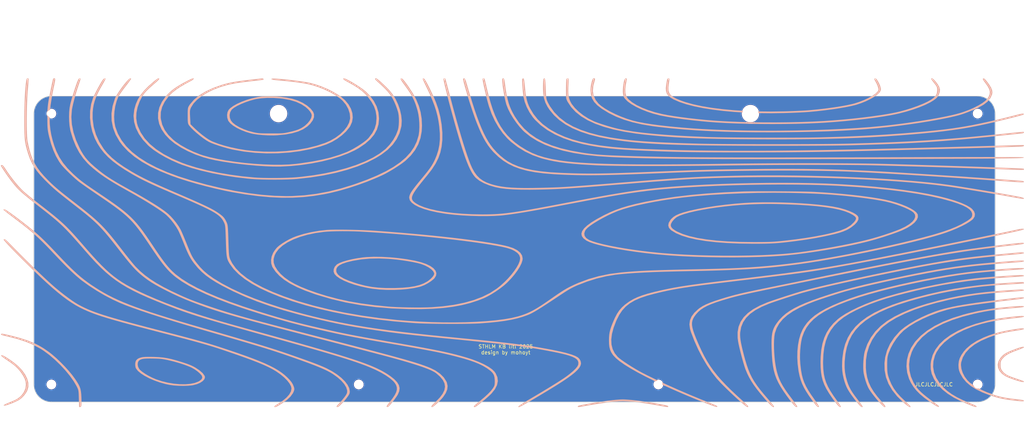
<source format=kicad_pcb>
(kicad_pcb (version 20241229) (generator "pcbnew") (generator_version "9.0")
  (layers (0 "F.Cu" signal) (2 "B.Cu" signal) (13 "F.Paste" user) (15 "B.Paste" user) (5 "F.SilkS" user "F.Silkscreen") (7 "B.SilkS" user "B.Silkscreen") (1 "F.Mask" user) (3 "B.Mask" user) (25 "Edge.Cuts" user))
  (net 0 "")
  (footprint "MountingHole:MountingHole_2.2mm_M2" (layer "F.Cu") (at 276.95 64.4625)
    (property "Reference" "REF**" (hide yes))
    (property "Value" "MountingHole_2.2mm_M2")
    (pad "" np_thru_hole circle (at 0 0) (size 2.2 2.2) (drill 2.2) (layers "*.Cu" "*.Mask"))
  )
  (footprint "MountingHole:MountingHole_2.2mm_M2" (layer "F.Cu") (at 23.875 138.475)
    (property "Reference" "REF**" (hide yes))
    (property "Value" "MountingHole_2.2mm_M2")
    (pad "" np_thru_hole circle (at 0 0) (size 2.2 2.2) (drill 2.2) (layers "*.Cu" "*.Mask"))
  )
  (footprint "MountingHole:MountingHole_2.2mm_M2" (layer "F.Cu") (at 107.8541 138.475)
    (property "Reference" "REF**" (hide yes))
    (property "Value" "MountingHole_2.2mm_M2")
    (pad "" np_thru_hole circle (at 0 0) (size 2.2 2.2) (drill 2.2) (layers "*.Cu" "*.Mask"))
  )
  (footprint "MountingHole:MountingHole_4.3mm_M4" (layer "F.Cu") (at 214.875 64.4625)
    (property "Reference" "REF**" (hide yes))
    (property "Value" "MountingHole_4.3mm_M4")
    (pad "" np_thru_hole circle (at 0 0) (size 4.3 4.3) (drill 4.3) (layers "*.Cu" "*.Mask"))
  )
  (footprint "MountingHole:MountingHole_4.3mm_M4" (layer "F.Cu") (at 85.95 64.4625)
    (property "Reference" "REF**" (hide yes))
    (property "Value" "MountingHole_4.3mm_M4")
    (pad "" np_thru_hole circle (at 0 0) (size 4.3 4.3) (drill 4.3) (layers "*.Cu" "*.Mask"))
  )
  (footprint "MountingHole:MountingHole_2.2mm_M2" (layer "F.Cu") (at 276.95 138.475)
    (property "Reference" "REF**" (hide yes))
    (property "Value" "MountingHole_2.2mm_M2")
    (pad "" np_thru_hole circle (at 0 0) (size 2.2 2.2) (drill 2.2) (layers "*.Cu" "*.Mask"))
  )
  (footprint "MountingHole:MountingHole_2.2mm_M2" (layer "F.Cu") (at 189.7208 138.475)
    (property "Reference" "REF**" (hide yes))
    (property "Value" "MountingHole_2.2mm_M2")
    (pad "" np_thru_hole circle (at 0 0) (size 2.2 2.2) (drill 2.2) (layers "*.Cu" "*.Mask"))
  )
  (footprint "MountingHole:MountingHole_2.2mm_M2" (layer "F.Cu") (at 23.875 64.4625)
    (property "Reference" "REF**" (hide yes))
    (property "Value" "MountingHole_2.2mm_M2")
    (pad "" np_thru_hole circle (at 0 0) (size 2.2 2.2) (drill 2.2) (layers "*.Cu" "*.Mask"))
  )
  (footprint "LOGO" (layer "B.Cu") (at 149.64 99.4)
    (property "Reference" "G***" (hide yes))
    (property "Value" "LOGO" (hide yes))
  )
  (footprint "LOGO" (layer "B.Cu") (at 55.94 135.06 166.5)
    (property "Reference" "G***" (hide yes))
    (property "Value" "LOGO" (hide yes))
  )
  (footprint "LOGO" (layer "B.Cu") (at 149.84 99.74)
    (property "Reference" "G***" (hide yes))
    (property "Value" "LOGO" (hide yes))
  )
  (gr_line (start 23.875 143.25) (end 276.95 143.25) (stroke (width 0.15)) (layer "Edge.Cuts"))
  (gr_arc (start 281.725 138.475) (mid 280.326435 141.851435) (end 276.95 143.25) (stroke (width 0.15)) (layer "Edge.Cuts"))
  (gr_arc (start 23.875 143.25) (mid 20.498565 141.851435) (end 19.1 138.475) (stroke (width 0.15)) (layer "Edge.Cuts"))
  (gr_line (start 281.725 138.475) (end 281.725 64.4625) (stroke (width 0.15)) (layer "Edge.Cuts"))
  (gr_line (start 19.1 138.475) (end 19.1 64.4625) (stroke (width 0.15)) (layer "Edge.Cuts"))
  (gr_arc (start 19.1 64.4625) (mid 20.498565 61.086065) (end 23.875 59.6875) (stroke (width 0.15)) (layer "Edge.Cuts"))
  (gr_line (start 23.875 59.6875) (end 276.95 59.6875) (stroke (width 0.1)) (layer "Edge.Cuts"))
  (gr_arc (start 276.95 59.6875) (mid 280.326435 61.086065) (end 281.725 64.4625) (stroke (width 0.15)) (layer "Edge.Cuts"))
  (gr_text "STHLM KB litl 2025\ndesign by mohoyt" (at 148.025 128.925 0) (layer "F.SilkS") (effects (font (size 1 1))))
  (gr_text "JLCJLCJLCJLC" (at 265.0125 138.475 0) (layer "F.SilkS") (effects (font (size 1 1))))
  (zone (net 0) (net_name "") (layer "F.Cu") (connect_pads (clearance 0.508)) (min_thickness 0.254) (fill yes (thermal_gap 0.508) (thermal_bridge_width 0.508))
    (polygon (pts (xy 284.1125 145.6375) (xy 16.7125 150.4125) (xy 16.7125 33.425) (xy 281.725 33.425)))
  )
  (zone (net 0) (net_name "") (layer "B.Cu") (connect_pads (clearance 0.508)) (min_thickness 0.254) (fill yes (thermal_gap 0.508) (thermal_bridge_width 0.508))
    (polygon (pts (xy 284.1125 145.6375) (xy 16.7125 150.4125) (xy 16.7125 33.425) (xy 281.725 33.425)))
  )
)
</source>
